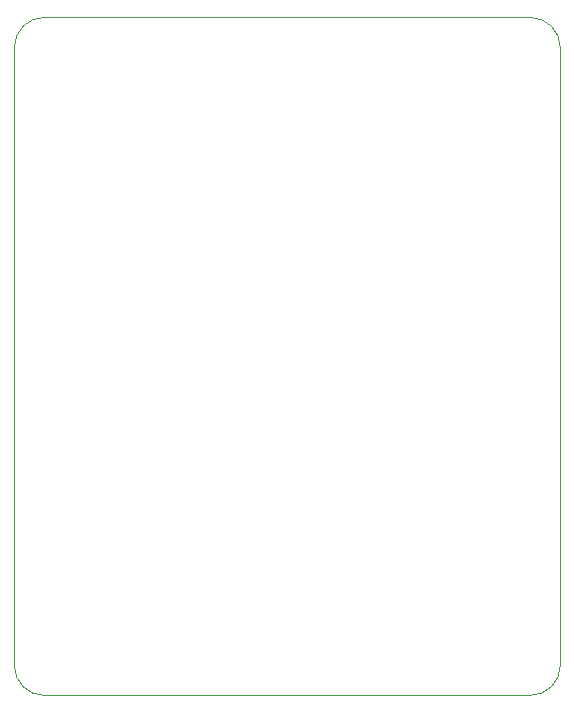
<source format=gm1>
%TF.GenerationSoftware,KiCad,Pcbnew,7.0.5*%
%TF.CreationDate,2024-02-09T13:50:19+02:00*%
%TF.ProjectId,Pico,5069636f-2e6b-4696-9361-645f70636258,V0*%
%TF.SameCoordinates,Original*%
%TF.FileFunction,Profile,NP*%
%FSLAX46Y46*%
G04 Gerber Fmt 4.6, Leading zero omitted, Abs format (unit mm)*
G04 Created by KiCad (PCBNEW 7.0.5) date 2024-02-09 13:50:19*
%MOMM*%
%LPD*%
G01*
G04 APERTURE LIST*
%TA.AperFunction,Profile*%
%ADD10C,0.100000*%
%TD*%
G04 APERTURE END LIST*
D10*
X115316000Y-50292000D02*
G75*
G03*
X112776000Y-52832000I0J-2540000D01*
G01*
X112776000Y-52832000D02*
X112776000Y-105156000D01*
X112776000Y-105156000D02*
G75*
G03*
X115316000Y-107696000I2540000J0D01*
G01*
X156464000Y-107696000D02*
G75*
G03*
X159004000Y-105156000I0J2540000D01*
G01*
X156464000Y-107696000D02*
X115316000Y-107696000D01*
X156464000Y-50292000D02*
X115316000Y-50292000D01*
X159004000Y-52832000D02*
G75*
G03*
X156464000Y-50292000I-2540100J-100D01*
G01*
X159004000Y-52832000D02*
X159004000Y-105156000D01*
M02*

</source>
